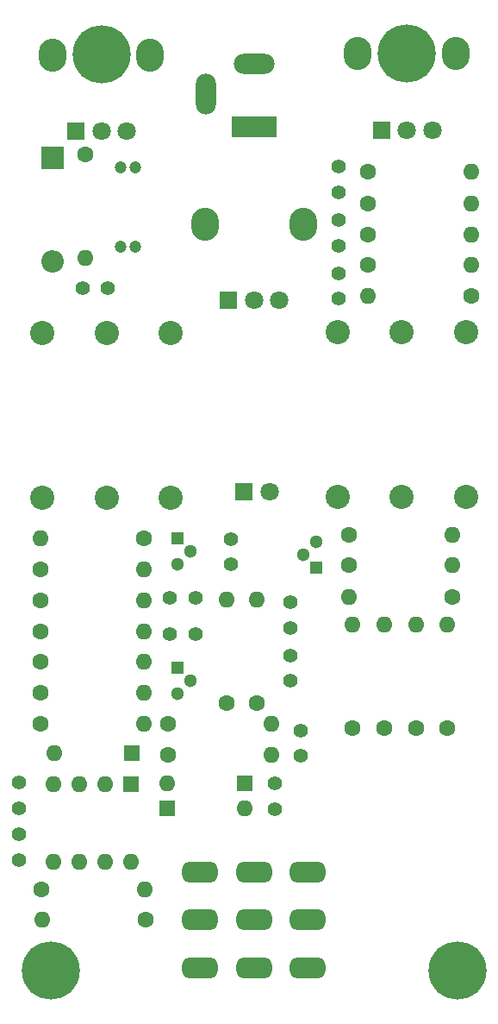
<source format=gbr>
%TF.GenerationSoftware,KiCad,Pcbnew,8.0.3*%
%TF.CreationDate,2024-11-20T17:39:26+02:00*%
%TF.ProjectId,DST1,44535431-2e6b-4696-9361-645f70636258,rev?*%
%TF.SameCoordinates,Original*%
%TF.FileFunction,Soldermask,Top*%
%TF.FilePolarity,Negative*%
%FSLAX46Y46*%
G04 Gerber Fmt 4.6, Leading zero omitted, Abs format (unit mm)*
G04 Created by KiCad (PCBNEW 8.0.3) date 2024-11-20 17:39:26*
%MOMM*%
%LPD*%
G01*
G04 APERTURE LIST*
G04 Aperture macros list*
%AMRoundRect*
0 Rectangle with rounded corners*
0 $1 Rounding radius*
0 $2 $3 $4 $5 $6 $7 $8 $9 X,Y pos of 4 corners*
0 Add a 4 corners polygon primitive as box body*
4,1,4,$2,$3,$4,$5,$6,$7,$8,$9,$2,$3,0*
0 Add four circle primitives for the rounded corners*
1,1,$1+$1,$2,$3*
1,1,$1+$1,$4,$5*
1,1,$1+$1,$6,$7*
1,1,$1+$1,$8,$9*
0 Add four rect primitives between the rounded corners*
20,1,$1+$1,$2,$3,$4,$5,0*
20,1,$1+$1,$4,$5,$6,$7,0*
20,1,$1+$1,$6,$7,$8,$9,0*
20,1,$1+$1,$8,$9,$2,$3,0*%
G04 Aperture macros list end*
%ADD10C,5.700000*%
%ADD11C,1.600000*%
%ADD12O,1.600000X1.600000*%
%ADD13C,1.400000*%
%ADD14R,1.600000X1.600000*%
%ADD15O,2.720000X3.240000*%
%ADD16R,1.800000X1.800000*%
%ADD17C,1.800000*%
%ADD18R,1.300000X1.300000*%
%ADD19C,1.300000*%
%ADD20C,1.200000*%
%ADD21C,2.375700*%
%ADD22R,4.500000X2.000000*%
%ADD23O,4.000000X2.000000*%
%ADD24O,2.000000X4.000000*%
%ADD25RoundRect,0.656168X-1.093832X-0.343832X1.093832X-0.343832X1.093832X0.343832X-1.093832X0.343832X0*%
%ADD26R,2.200000X2.200000*%
%ADD27O,2.200000X2.200000*%
G04 APERTURE END LIST*
D10*
%TO.C,*%
X137500000Y-44600000D03*
%TD*%
%TO.C,*%
X167500000Y-44500000D03*
%TD*%
%TO.C,*%
X132500000Y-134500000D03*
%TD*%
%TO.C,*%
X172500000Y-134500000D03*
%TD*%
D11*
%TO.C,R17*%
X141800000Y-129500000D03*
D12*
X131640000Y-129500000D03*
%TD*%
D13*
%TO.C,C9*%
X154500000Y-118650000D03*
X154500000Y-116150000D03*
%TD*%
D11*
%TO.C,R16*%
X135900000Y-54420000D03*
D12*
X135900000Y-64580000D03*
%TD*%
D14*
%TO.C,D4*%
X151620000Y-116100000D03*
D12*
X144000000Y-116100000D03*
%TD*%
D14*
%TO.C,D3*%
X140510000Y-113200000D03*
D12*
X132890000Y-113200000D03*
%TD*%
D13*
%TO.C,C7*%
X129400000Y-123650000D03*
X129400000Y-121150000D03*
%TD*%
D15*
%TO.C,RV2*%
X147700000Y-61225000D03*
X157300000Y-61225000D03*
D16*
X150000000Y-68725000D03*
D17*
X152500000Y-68725000D03*
X155000000Y-68725000D03*
%TD*%
D14*
%TO.C,D5*%
X144000000Y-118600000D03*
D12*
X151620000Y-118600000D03*
%TD*%
D13*
%TO.C,C3*%
X144250000Y-101500000D03*
X146750000Y-101500000D03*
%TD*%
%TO.C,C11*%
X160800000Y-60850000D03*
X160800000Y-63350000D03*
%TD*%
D18*
%TO.C,Q1*%
X145000000Y-92100000D03*
D19*
X146270000Y-93370000D03*
X145000000Y-94640000D03*
%TD*%
D13*
%TO.C,C2*%
X144250000Y-97900000D03*
X146750000Y-97900000D03*
%TD*%
D14*
%TO.C,U1*%
X140400000Y-116200000D03*
D12*
X137860000Y-116200000D03*
X135320000Y-116200000D03*
X132780000Y-116200000D03*
X132780000Y-123820000D03*
X135320000Y-123820000D03*
X137860000Y-123820000D03*
X140400000Y-123820000D03*
%TD*%
D11*
%TO.C,R20*%
X163720000Y-62300000D03*
D12*
X173880000Y-62300000D03*
%TD*%
D15*
%TO.C,RV3*%
X162700000Y-44525000D03*
X172300000Y-44525000D03*
D16*
X165000000Y-52025000D03*
D17*
X167500000Y-52025000D03*
X170000000Y-52025000D03*
%TD*%
D13*
%TO.C,C13*%
X157100000Y-113450000D03*
X157100000Y-110950000D03*
%TD*%
D11*
%TO.C,R14*%
X144020000Y-113300000D03*
D12*
X154180000Y-113300000D03*
%TD*%
D11*
%TO.C,R8*%
X131520000Y-104200000D03*
D12*
X141680000Y-104200000D03*
%TD*%
D20*
%TO.C,C15*%
X140850000Y-63500000D03*
X139350000Y-63500000D03*
%TD*%
D11*
%TO.C,R25*%
X168400000Y-110680000D03*
D12*
X168400000Y-100520000D03*
%TD*%
D11*
%TO.C,R23*%
X162200000Y-110680000D03*
D12*
X162200000Y-100520000D03*
%TD*%
D11*
%TO.C,R7*%
X161820000Y-91700000D03*
D12*
X171980000Y-91700000D03*
%TD*%
D15*
%TO.C,RV1*%
X132700000Y-44625000D03*
X142300000Y-44625000D03*
D16*
X135000000Y-52125000D03*
D17*
X137500000Y-52125000D03*
X140000000Y-52125000D03*
%TD*%
D11*
%TO.C,R5*%
X161820000Y-94700000D03*
D12*
X171980000Y-94700000D03*
%TD*%
D18*
%TO.C,Q2*%
X145000000Y-104760000D03*
D19*
X146270000Y-106030000D03*
X145000000Y-107300000D03*
%TD*%
D11*
%TO.C,R3*%
X131520000Y-98200000D03*
D12*
X141680000Y-98200000D03*
%TD*%
D21*
%TO.C,J5*%
X167000000Y-71799800D03*
X167000000Y-88000000D03*
X173300000Y-71799600D03*
X173300000Y-88000000D03*
X160690000Y-71800000D03*
X160690000Y-88000000D03*
%TD*%
D11*
%TO.C,R4*%
X131520000Y-101200000D03*
D12*
X141680000Y-101200000D03*
%TD*%
D11*
%TO.C,R21*%
X163720000Y-59200000D03*
D12*
X173880000Y-59200000D03*
%TD*%
D20*
%TO.C,C14*%
X139350000Y-55700000D03*
X140850000Y-55700000D03*
%TD*%
D22*
%TO.C,J3*%
X152500000Y-51700000D03*
D23*
X152500000Y-45500000D03*
D24*
X147800000Y-48500000D03*
%TD*%
D13*
%TO.C,C8*%
X138150000Y-67500000D03*
X135650000Y-67500000D03*
%TD*%
D25*
%TO.C,FTSW1*%
X152500000Y-124800000D03*
X157800000Y-124800000D03*
X147200000Y-124800000D03*
X152500000Y-129500000D03*
X157800000Y-129500000D03*
X147200000Y-129500000D03*
X152500000Y-134200000D03*
X157800000Y-134200000D03*
X147200000Y-134200000D03*
%TD*%
D11*
%TO.C,R15*%
X131620000Y-126500000D03*
D12*
X141780000Y-126500000D03*
%TD*%
D11*
%TO.C,R13*%
X144020000Y-110300000D03*
D12*
X154180000Y-110300000D03*
%TD*%
D11*
%TO.C,R2*%
X131520000Y-95100000D03*
D12*
X141680000Y-95100000D03*
%TD*%
D16*
%TO.C,D2*%
X151525000Y-87500000D03*
D17*
X154065000Y-87500000D03*
%TD*%
D13*
%TO.C,C6*%
X129400000Y-118550000D03*
X129400000Y-116050000D03*
%TD*%
D11*
%TO.C,R26*%
X171500000Y-110680000D03*
D12*
X171500000Y-100520000D03*
%TD*%
D13*
%TO.C,C1*%
X150200000Y-94650000D03*
X150200000Y-92150000D03*
%TD*%
D11*
%TO.C,R18*%
X173880000Y-68300000D03*
D12*
X163720000Y-68300000D03*
%TD*%
D13*
%TO.C,C10*%
X160800000Y-68550000D03*
X160800000Y-66050000D03*
%TD*%
D11*
%TO.C,R10*%
X149800000Y-108280000D03*
D12*
X149800000Y-98120000D03*
%TD*%
D11*
%TO.C,R24*%
X165300000Y-110680000D03*
D12*
X165300000Y-100520000D03*
%TD*%
D11*
%TO.C,R19*%
X163720000Y-65200000D03*
D12*
X173880000Y-65200000D03*
%TD*%
D13*
%TO.C,C5*%
X156100000Y-103550000D03*
X156100000Y-106050000D03*
%TD*%
D18*
%TO.C,Q3*%
X158600000Y-94940000D03*
D19*
X157330000Y-93670000D03*
X158600000Y-92400000D03*
%TD*%
D11*
%TO.C,R6*%
X171980000Y-97800000D03*
D12*
X161820000Y-97800000D03*
%TD*%
D13*
%TO.C,C4*%
X156100000Y-98350000D03*
X156100000Y-100850000D03*
%TD*%
D11*
%TO.C,R1*%
X141680000Y-92100000D03*
D12*
X131520000Y-92100000D03*
%TD*%
D13*
%TO.C,C12*%
X160800000Y-58100000D03*
X160800000Y-55600000D03*
%TD*%
D21*
%TO.C,J4*%
X138000000Y-88100200D03*
X138000000Y-71900000D03*
X131700000Y-88100400D03*
X131700000Y-71900000D03*
X144310000Y-88100000D03*
X144310000Y-71900000D03*
%TD*%
D11*
%TO.C,R9*%
X131520000Y-107200000D03*
D12*
X141680000Y-107200000D03*
%TD*%
D11*
%TO.C,R11*%
X152800000Y-108280000D03*
D12*
X152800000Y-98120000D03*
%TD*%
D26*
%TO.C,D1*%
X132700000Y-54720000D03*
D27*
X132700000Y-64880000D03*
%TD*%
D11*
%TO.C,R12*%
X131520000Y-110300000D03*
D12*
X141680000Y-110300000D03*
%TD*%
D11*
%TO.C,R22*%
X163720000Y-56100000D03*
D12*
X173880000Y-56100000D03*
%TD*%
M02*

</source>
